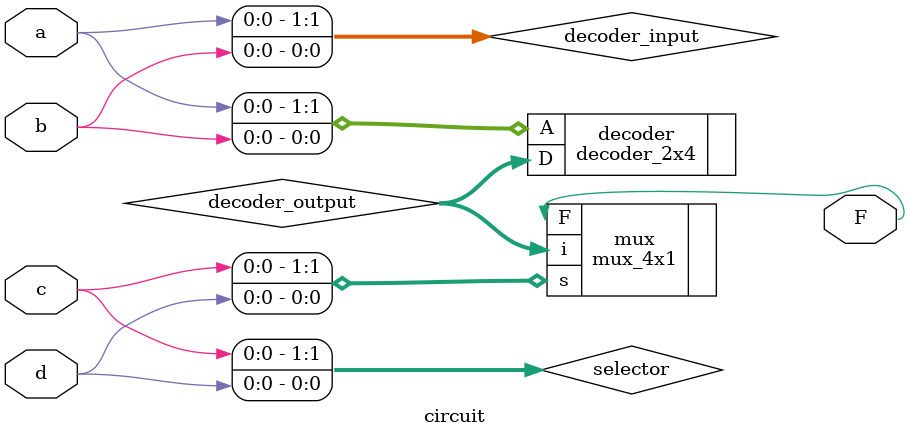
<source format=v>
module circuit(
    input a,
    input b,
    input c,
    input d,
    output F
);

    wire [1:0] selector;         //selector of mux
    wire [1:0] decoder_input;    
    wire [3:0] decoder_output;   //this will be input of mux

    assign selector={c,d};       //we need 2 bit selector
    assign decoder_input={a,b};  // 2 bit input 
     
    //instantiating decoder and mux (structural description and explicit association) 
    decoder_2x4 decoder(.A(decoder_input[1:0]), .D(decoder_output[3:0]));
    mux_4x1 mux(.i(decoder_output[3:0]), .s(selector[1:0]), .F(F));


endmodule
</source>
